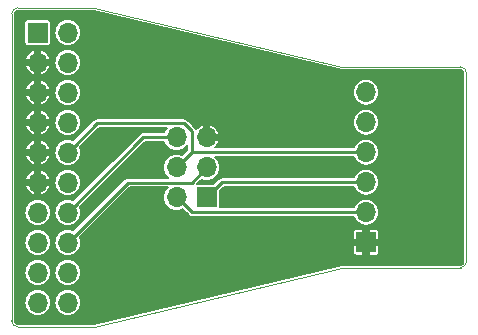
<source format=gtl>
G04 #@! TF.GenerationSoftware,KiCad,Pcbnew,5.0.1*
G04 #@! TF.CreationDate,2019-11-02T14:38:13+01:00*
G04 #@! TF.ProjectId,JlinkBreakout,4A6C696E6B427265616B6F75742E6B69,rev?*
G04 #@! TF.SameCoordinates,Original*
G04 #@! TF.FileFunction,Copper,L1,Top,Signal*
G04 #@! TF.FilePolarity,Positive*
%FSLAX46Y46*%
G04 Gerber Fmt 4.6, Leading zero omitted, Abs format (unit mm)*
G04 Created by KiCad (PCBNEW 5.0.1) date Sat 02 Nov 2019 02:38:13 PM CET*
%MOMM*%
%LPD*%
G01*
G04 APERTURE LIST*
G04 #@! TA.AperFunction,NonConductor*
%ADD10C,0.050000*%
G04 #@! TD*
G04 #@! TA.AperFunction,ComponentPad*
%ADD11O,1.700000X1.700000*%
G04 #@! TD*
G04 #@! TA.AperFunction,ComponentPad*
%ADD12R,1.700000X1.700000*%
G04 #@! TD*
G04 #@! TA.AperFunction,Conductor*
%ADD13C,0.250000*%
G04 #@! TD*
G04 #@! TA.AperFunction,Conductor*
%ADD14C,0.157000*%
G04 #@! TD*
G04 APERTURE END LIST*
D10*
X58500000Y-60000000D02*
G75*
G02X58000000Y-59500000I0J500000D01*
G01*
X58000000Y-33500000D02*
G75*
G02X58500000Y-33000000I500000J0D01*
G01*
X96000000Y-38000000D02*
G75*
G02X96500000Y-38500000I0J-500000D01*
G01*
X96500000Y-54500000D02*
G75*
G02X96000000Y-55000000I-500000J0D01*
G01*
X86000000Y-38000000D02*
X65000000Y-33000000D01*
X96000000Y-38000000D02*
X86000000Y-38000000D01*
X96500000Y-54500000D02*
X96500000Y-38500000D01*
X86000000Y-55000000D02*
X96000000Y-55000000D01*
X65000000Y-60000000D02*
X86000000Y-55000000D01*
X65000000Y-33000000D02*
X58500000Y-33000000D01*
X58500000Y-60000000D02*
X65000000Y-60000000D01*
X58000000Y-33500000D02*
X58000000Y-59500000D01*
D11*
G04 #@! TO.P,J3,6*
G04 #@! TO.N,SWO*
X88000000Y-40150000D03*
G04 #@! TO.P,J3,5*
G04 #@! TO.N,RST*
X88000000Y-42690000D03*
G04 #@! TO.P,J3,4*
G04 #@! TO.N,CLK*
X88000000Y-45230000D03*
G04 #@! TO.P,J3,3*
G04 #@! TO.N,REF*
X88000000Y-47770000D03*
G04 #@! TO.P,J3,2*
G04 #@! TO.N,DIO*
X88000000Y-50310000D03*
D12*
G04 #@! TO.P,J3,1*
G04 #@! TO.N,GND*
X88000000Y-52850000D03*
G04 #@! TD*
D11*
G04 #@! TO.P,J2,6*
G04 #@! TO.N,SWO*
X71960000Y-43970000D03*
G04 #@! TO.P,J2,5*
G04 #@! TO.N,GND*
X74500000Y-43970000D03*
G04 #@! TO.P,J2,4*
G04 #@! TO.N,CLK*
X71960000Y-46510000D03*
G04 #@! TO.P,J2,3*
G04 #@! TO.N,RST*
X74500000Y-46510000D03*
G04 #@! TO.P,J2,2*
G04 #@! TO.N,DIO*
X71960000Y-49050000D03*
D12*
G04 #@! TO.P,J2,1*
G04 #@! TO.N,REF*
X74500000Y-49050000D03*
G04 #@! TD*
D11*
G04 #@! TO.P,J1,20*
G04 #@! TO.N,Net-(J1-Pad20)*
X62740000Y-57960000D03*
G04 #@! TO.P,J1,19*
G04 #@! TO.N,Net-(J1-Pad19)*
X60200000Y-57960000D03*
G04 #@! TO.P,J1,18*
G04 #@! TO.N,Net-(J1-Pad18)*
X62740000Y-55420000D03*
G04 #@! TO.P,J1,17*
G04 #@! TO.N,Net-(J1-Pad17)*
X60200000Y-55420000D03*
G04 #@! TO.P,J1,16*
G04 #@! TO.N,RST*
X62740000Y-52880000D03*
G04 #@! TO.P,J1,15*
G04 #@! TO.N,Net-(J1-Pad15)*
X60200000Y-52880000D03*
G04 #@! TO.P,J1,14*
G04 #@! TO.N,SWO*
X62740000Y-50340000D03*
G04 #@! TO.P,J1,13*
G04 #@! TO.N,Net-(J1-Pad13)*
X60200000Y-50340000D03*
G04 #@! TO.P,J1,12*
G04 #@! TO.N,Net-(J1-Pad12)*
X62740000Y-47800000D03*
G04 #@! TO.P,J1,11*
G04 #@! TO.N,GND*
X60200000Y-47800000D03*
G04 #@! TO.P,J1,10*
G04 #@! TO.N,CLK*
X62740000Y-45260000D03*
G04 #@! TO.P,J1,9*
G04 #@! TO.N,GND*
X60200000Y-45260000D03*
G04 #@! TO.P,J1,8*
G04 #@! TO.N,DIO*
X62740000Y-42720000D03*
G04 #@! TO.P,J1,7*
G04 #@! TO.N,GND*
X60200000Y-42720000D03*
G04 #@! TO.P,J1,6*
G04 #@! TO.N,Net-(J1-Pad6)*
X62740000Y-40180000D03*
G04 #@! TO.P,J1,5*
G04 #@! TO.N,GND*
X60200000Y-40180000D03*
G04 #@! TO.P,J1,4*
G04 #@! TO.N,Net-(J1-Pad4)*
X62740000Y-37640000D03*
G04 #@! TO.P,J1,3*
G04 #@! TO.N,GND*
X60200000Y-37640000D03*
G04 #@! TO.P,J1,2*
G04 #@! TO.N,REF*
X62740000Y-35100000D03*
D12*
G04 #@! TO.P,J1,1*
G04 #@! TO.N,Net-(J1-Pad1)*
X60200000Y-35100000D03*
G04 #@! TD*
D13*
G04 #@! TO.N,RST*
X73235907Y-47794093D02*
X74540000Y-46490000D01*
X62740000Y-52880000D02*
X67825907Y-47794093D01*
X67825907Y-47794093D02*
X73235907Y-47794093D01*
G04 #@! TO.N,SWO*
X69130000Y-43950000D02*
X62740000Y-50340000D01*
X72000000Y-43950000D02*
X69130000Y-43950000D01*
G04 #@! TO.N,CLK*
X73260000Y-45230000D02*
X72000000Y-46490000D01*
X88000000Y-45230000D02*
X73260000Y-45230000D01*
X63589999Y-44410001D02*
X62740000Y-45260000D01*
X72574999Y-42774999D02*
X65225001Y-42774999D01*
X65225001Y-42774999D02*
X62740000Y-45260000D01*
X73260000Y-45230000D02*
X73260000Y-43460000D01*
X73260000Y-43460000D02*
X72574999Y-42774999D01*
G04 #@! TO.N,DIO*
X73280000Y-50310000D02*
X88000000Y-50310000D01*
X72000000Y-49030000D02*
X73280000Y-50310000D01*
G04 #@! TO.N,REF*
X75800000Y-47770000D02*
X74540000Y-49030000D01*
X88000000Y-47770000D02*
X75800000Y-47770000D01*
G04 #@! TD*
D14*
G04 #@! TO.N,GND*
G36*
X85931958Y-38251581D02*
X85948933Y-38256730D01*
X85969638Y-38258769D01*
X85990214Y-38261576D01*
X86007900Y-38260500D01*
X95987259Y-38260500D01*
X96046279Y-38266287D01*
X96090788Y-38279725D01*
X96131845Y-38301554D01*
X96167881Y-38330946D01*
X96197518Y-38366771D01*
X96219635Y-38407675D01*
X96233385Y-38452093D01*
X96239501Y-38510285D01*
X96239500Y-54487258D01*
X96233713Y-54546279D01*
X96220275Y-54590787D01*
X96198443Y-54631847D01*
X96169054Y-54667881D01*
X96133231Y-54697517D01*
X96092325Y-54719635D01*
X96047907Y-54733385D01*
X95989725Y-54739500D01*
X86007900Y-54739500D01*
X85990214Y-54738424D01*
X85969638Y-54741231D01*
X85948933Y-54743270D01*
X85931958Y-54748419D01*
X64969416Y-59739500D01*
X58512742Y-59739500D01*
X58453721Y-59733713D01*
X58409213Y-59720275D01*
X58368153Y-59698443D01*
X58332119Y-59669054D01*
X58302483Y-59633231D01*
X58280365Y-59592325D01*
X58266615Y-59547907D01*
X58260500Y-59489725D01*
X58260500Y-57960000D01*
X59066040Y-57960000D01*
X59087829Y-58181225D01*
X59152358Y-58393948D01*
X59257147Y-58589994D01*
X59398169Y-58761831D01*
X59570006Y-58902853D01*
X59766052Y-59007642D01*
X59978775Y-59072171D01*
X60144564Y-59088500D01*
X60255436Y-59088500D01*
X60421225Y-59072171D01*
X60633948Y-59007642D01*
X60829994Y-58902853D01*
X61001831Y-58761831D01*
X61142853Y-58589994D01*
X61247642Y-58393948D01*
X61312171Y-58181225D01*
X61333960Y-57960000D01*
X61606040Y-57960000D01*
X61627829Y-58181225D01*
X61692358Y-58393948D01*
X61797147Y-58589994D01*
X61938169Y-58761831D01*
X62110006Y-58902853D01*
X62306052Y-59007642D01*
X62518775Y-59072171D01*
X62684564Y-59088500D01*
X62795436Y-59088500D01*
X62961225Y-59072171D01*
X63173948Y-59007642D01*
X63369994Y-58902853D01*
X63541831Y-58761831D01*
X63682853Y-58589994D01*
X63787642Y-58393948D01*
X63852171Y-58181225D01*
X63873960Y-57960000D01*
X63852171Y-57738775D01*
X63787642Y-57526052D01*
X63682853Y-57330006D01*
X63541831Y-57158169D01*
X63369994Y-57017147D01*
X63173948Y-56912358D01*
X62961225Y-56847829D01*
X62795436Y-56831500D01*
X62684564Y-56831500D01*
X62518775Y-56847829D01*
X62306052Y-56912358D01*
X62110006Y-57017147D01*
X61938169Y-57158169D01*
X61797147Y-57330006D01*
X61692358Y-57526052D01*
X61627829Y-57738775D01*
X61606040Y-57960000D01*
X61333960Y-57960000D01*
X61312171Y-57738775D01*
X61247642Y-57526052D01*
X61142853Y-57330006D01*
X61001831Y-57158169D01*
X60829994Y-57017147D01*
X60633948Y-56912358D01*
X60421225Y-56847829D01*
X60255436Y-56831500D01*
X60144564Y-56831500D01*
X59978775Y-56847829D01*
X59766052Y-56912358D01*
X59570006Y-57017147D01*
X59398169Y-57158169D01*
X59257147Y-57330006D01*
X59152358Y-57526052D01*
X59087829Y-57738775D01*
X59066040Y-57960000D01*
X58260500Y-57960000D01*
X58260500Y-55420000D01*
X59066040Y-55420000D01*
X59087829Y-55641225D01*
X59152358Y-55853948D01*
X59257147Y-56049994D01*
X59398169Y-56221831D01*
X59570006Y-56362853D01*
X59766052Y-56467642D01*
X59978775Y-56532171D01*
X60144564Y-56548500D01*
X60255436Y-56548500D01*
X60421225Y-56532171D01*
X60633948Y-56467642D01*
X60829994Y-56362853D01*
X61001831Y-56221831D01*
X61142853Y-56049994D01*
X61247642Y-55853948D01*
X61312171Y-55641225D01*
X61333960Y-55420000D01*
X61606040Y-55420000D01*
X61627829Y-55641225D01*
X61692358Y-55853948D01*
X61797147Y-56049994D01*
X61938169Y-56221831D01*
X62110006Y-56362853D01*
X62306052Y-56467642D01*
X62518775Y-56532171D01*
X62684564Y-56548500D01*
X62795436Y-56548500D01*
X62961225Y-56532171D01*
X63173948Y-56467642D01*
X63369994Y-56362853D01*
X63541831Y-56221831D01*
X63682853Y-56049994D01*
X63787642Y-55853948D01*
X63852171Y-55641225D01*
X63873960Y-55420000D01*
X63852171Y-55198775D01*
X63787642Y-54986052D01*
X63682853Y-54790006D01*
X63541831Y-54618169D01*
X63369994Y-54477147D01*
X63173948Y-54372358D01*
X62961225Y-54307829D01*
X62795436Y-54291500D01*
X62684564Y-54291500D01*
X62518775Y-54307829D01*
X62306052Y-54372358D01*
X62110006Y-54477147D01*
X61938169Y-54618169D01*
X61797147Y-54790006D01*
X61692358Y-54986052D01*
X61627829Y-55198775D01*
X61606040Y-55420000D01*
X61333960Y-55420000D01*
X61312171Y-55198775D01*
X61247642Y-54986052D01*
X61142853Y-54790006D01*
X61001831Y-54618169D01*
X60829994Y-54477147D01*
X60633948Y-54372358D01*
X60421225Y-54307829D01*
X60255436Y-54291500D01*
X60144564Y-54291500D01*
X59978775Y-54307829D01*
X59766052Y-54372358D01*
X59570006Y-54477147D01*
X59398169Y-54618169D01*
X59257147Y-54790006D01*
X59152358Y-54986052D01*
X59087829Y-55198775D01*
X59066040Y-55420000D01*
X58260500Y-55420000D01*
X58260500Y-52880000D01*
X59066040Y-52880000D01*
X59087829Y-53101225D01*
X59152358Y-53313948D01*
X59257147Y-53509994D01*
X59398169Y-53681831D01*
X59570006Y-53822853D01*
X59766052Y-53927642D01*
X59978775Y-53992171D01*
X60144564Y-54008500D01*
X60255436Y-54008500D01*
X60421225Y-53992171D01*
X60633948Y-53927642D01*
X60829994Y-53822853D01*
X61001831Y-53681831D01*
X61142853Y-53509994D01*
X61247642Y-53313948D01*
X61312171Y-53101225D01*
X61333960Y-52880000D01*
X61312171Y-52658775D01*
X61247642Y-52446052D01*
X61142853Y-52250006D01*
X61001831Y-52078169D01*
X60829994Y-51937147D01*
X60633948Y-51832358D01*
X60421225Y-51767829D01*
X60255436Y-51751500D01*
X60144564Y-51751500D01*
X59978775Y-51767829D01*
X59766052Y-51832358D01*
X59570006Y-51937147D01*
X59398169Y-52078169D01*
X59257147Y-52250006D01*
X59152358Y-52446052D01*
X59087829Y-52658775D01*
X59066040Y-52880000D01*
X58260500Y-52880000D01*
X58260500Y-50340000D01*
X59066040Y-50340000D01*
X59087829Y-50561225D01*
X59152358Y-50773948D01*
X59257147Y-50969994D01*
X59398169Y-51141831D01*
X59570006Y-51282853D01*
X59766052Y-51387642D01*
X59978775Y-51452171D01*
X60144564Y-51468500D01*
X60255436Y-51468500D01*
X60421225Y-51452171D01*
X60633948Y-51387642D01*
X60829994Y-51282853D01*
X61001831Y-51141831D01*
X61142853Y-50969994D01*
X61247642Y-50773948D01*
X61312171Y-50561225D01*
X61333960Y-50340000D01*
X61312171Y-50118775D01*
X61247642Y-49906052D01*
X61142853Y-49710006D01*
X61001831Y-49538169D01*
X60829994Y-49397147D01*
X60633948Y-49292358D01*
X60421225Y-49227829D01*
X60255436Y-49211500D01*
X60144564Y-49211500D01*
X59978775Y-49227829D01*
X59766052Y-49292358D01*
X59570006Y-49397147D01*
X59398169Y-49538169D01*
X59257147Y-49710006D01*
X59152358Y-49906052D01*
X59087829Y-50118775D01*
X59066040Y-50340000D01*
X58260500Y-50340000D01*
X58260500Y-48191875D01*
X59141725Y-48191875D01*
X59174580Y-48271222D01*
X59286214Y-48462217D01*
X59432964Y-48627764D01*
X59609191Y-48761500D01*
X59808123Y-48858286D01*
X59978500Y-48836935D01*
X59978500Y-48021500D01*
X60421500Y-48021500D01*
X60421500Y-48836935D01*
X60591877Y-48858286D01*
X60790809Y-48761500D01*
X60967036Y-48627764D01*
X61113786Y-48462217D01*
X61225420Y-48271222D01*
X61258275Y-48191875D01*
X61235449Y-48021500D01*
X60421500Y-48021500D01*
X59978500Y-48021500D01*
X59164551Y-48021500D01*
X59141725Y-48191875D01*
X58260500Y-48191875D01*
X58260500Y-47800000D01*
X61606040Y-47800000D01*
X61627829Y-48021225D01*
X61692358Y-48233948D01*
X61797147Y-48429994D01*
X61938169Y-48601831D01*
X62110006Y-48742853D01*
X62306052Y-48847642D01*
X62518775Y-48912171D01*
X62684564Y-48928500D01*
X62795436Y-48928500D01*
X62961225Y-48912171D01*
X63173948Y-48847642D01*
X63369994Y-48742853D01*
X63541831Y-48601831D01*
X63682853Y-48429994D01*
X63787642Y-48233948D01*
X63852171Y-48021225D01*
X63873960Y-47800000D01*
X63852171Y-47578775D01*
X63787642Y-47366052D01*
X63682853Y-47170006D01*
X63541831Y-46998169D01*
X63369994Y-46857147D01*
X63173948Y-46752358D01*
X62961225Y-46687829D01*
X62795436Y-46671500D01*
X62684564Y-46671500D01*
X62518775Y-46687829D01*
X62306052Y-46752358D01*
X62110006Y-46857147D01*
X61938169Y-46998169D01*
X61797147Y-47170006D01*
X61692358Y-47366052D01*
X61627829Y-47578775D01*
X61606040Y-47800000D01*
X58260500Y-47800000D01*
X58260500Y-47408125D01*
X59141725Y-47408125D01*
X59164551Y-47578500D01*
X59978500Y-47578500D01*
X59978500Y-46763065D01*
X60421500Y-46763065D01*
X60421500Y-47578500D01*
X61235449Y-47578500D01*
X61258275Y-47408125D01*
X61225420Y-47328778D01*
X61113786Y-47137783D01*
X60967036Y-46972236D01*
X60790809Y-46838500D01*
X60591877Y-46741714D01*
X60421500Y-46763065D01*
X59978500Y-46763065D01*
X59808123Y-46741714D01*
X59609191Y-46838500D01*
X59432964Y-46972236D01*
X59286214Y-47137783D01*
X59174580Y-47328778D01*
X59141725Y-47408125D01*
X58260500Y-47408125D01*
X58260500Y-45651875D01*
X59141725Y-45651875D01*
X59174580Y-45731222D01*
X59286214Y-45922217D01*
X59432964Y-46087764D01*
X59609191Y-46221500D01*
X59808123Y-46318286D01*
X59978500Y-46296935D01*
X59978500Y-45481500D01*
X60421500Y-45481500D01*
X60421500Y-46296935D01*
X60591877Y-46318286D01*
X60790809Y-46221500D01*
X60967036Y-46087764D01*
X61113786Y-45922217D01*
X61225420Y-45731222D01*
X61258275Y-45651875D01*
X61235449Y-45481500D01*
X60421500Y-45481500D01*
X59978500Y-45481500D01*
X59164551Y-45481500D01*
X59141725Y-45651875D01*
X58260500Y-45651875D01*
X58260500Y-45260000D01*
X61606040Y-45260000D01*
X61627829Y-45481225D01*
X61692358Y-45693948D01*
X61797147Y-45889994D01*
X61938169Y-46061831D01*
X62110006Y-46202853D01*
X62306052Y-46307642D01*
X62518775Y-46372171D01*
X62684564Y-46388500D01*
X62795436Y-46388500D01*
X62961225Y-46372171D01*
X63173948Y-46307642D01*
X63369994Y-46202853D01*
X63541831Y-46061831D01*
X63682853Y-45889994D01*
X63787642Y-45693948D01*
X63852171Y-45481225D01*
X63873960Y-45260000D01*
X63852171Y-45038775D01*
X63787642Y-44826052D01*
X63772643Y-44797992D01*
X65392136Y-43178499D01*
X71149691Y-43178499D01*
X71017147Y-43340006D01*
X70912358Y-43536052D01*
X70909189Y-43546500D01*
X69149818Y-43546500D01*
X69130000Y-43544548D01*
X69110182Y-43546500D01*
X69050900Y-43552339D01*
X68974840Y-43575411D01*
X68904743Y-43612879D01*
X68843302Y-43663302D01*
X68830667Y-43678698D01*
X63202008Y-49307357D01*
X63173948Y-49292358D01*
X62961225Y-49227829D01*
X62795436Y-49211500D01*
X62684564Y-49211500D01*
X62518775Y-49227829D01*
X62306052Y-49292358D01*
X62110006Y-49397147D01*
X61938169Y-49538169D01*
X61797147Y-49710006D01*
X61692358Y-49906052D01*
X61627829Y-50118775D01*
X61606040Y-50340000D01*
X61627829Y-50561225D01*
X61692358Y-50773948D01*
X61797147Y-50969994D01*
X61938169Y-51141831D01*
X62110006Y-51282853D01*
X62306052Y-51387642D01*
X62518775Y-51452171D01*
X62684564Y-51468500D01*
X62795436Y-51468500D01*
X62961225Y-51452171D01*
X63173948Y-51387642D01*
X63369994Y-51282853D01*
X63541831Y-51141831D01*
X63682853Y-50969994D01*
X63787642Y-50773948D01*
X63852171Y-50561225D01*
X63873960Y-50340000D01*
X63852171Y-50118775D01*
X63787642Y-49906052D01*
X63772643Y-49877992D01*
X69297135Y-44353500D01*
X70897055Y-44353500D01*
X70912358Y-44403948D01*
X71017147Y-44599994D01*
X71158169Y-44771831D01*
X71330006Y-44912853D01*
X71526052Y-45017642D01*
X71738775Y-45082171D01*
X71904564Y-45098500D01*
X72015436Y-45098500D01*
X72181225Y-45082171D01*
X72393948Y-45017642D01*
X72589994Y-44912853D01*
X72761831Y-44771831D01*
X72856500Y-44656475D01*
X72856500Y-45062865D01*
X72435042Y-45484323D01*
X72393948Y-45462358D01*
X72181225Y-45397829D01*
X72015436Y-45381500D01*
X71904564Y-45381500D01*
X71738775Y-45397829D01*
X71526052Y-45462358D01*
X71330006Y-45567147D01*
X71158169Y-45708169D01*
X71017147Y-45880006D01*
X70912358Y-46076052D01*
X70847829Y-46288775D01*
X70826040Y-46510000D01*
X70847829Y-46731225D01*
X70912358Y-46943948D01*
X71017147Y-47139994D01*
X71158169Y-47311831D01*
X71254141Y-47390593D01*
X67845725Y-47390593D01*
X67825907Y-47388641D01*
X67806089Y-47390593D01*
X67746807Y-47396432D01*
X67670747Y-47419504D01*
X67600650Y-47456972D01*
X67539209Y-47507395D01*
X67526576Y-47522789D01*
X63202008Y-51847357D01*
X63173948Y-51832358D01*
X62961225Y-51767829D01*
X62795436Y-51751500D01*
X62684564Y-51751500D01*
X62518775Y-51767829D01*
X62306052Y-51832358D01*
X62110006Y-51937147D01*
X61938169Y-52078169D01*
X61797147Y-52250006D01*
X61692358Y-52446052D01*
X61627829Y-52658775D01*
X61606040Y-52880000D01*
X61627829Y-53101225D01*
X61692358Y-53313948D01*
X61797147Y-53509994D01*
X61938169Y-53681831D01*
X62110006Y-53822853D01*
X62306052Y-53927642D01*
X62518775Y-53992171D01*
X62684564Y-54008500D01*
X62795436Y-54008500D01*
X62961225Y-53992171D01*
X63173948Y-53927642D01*
X63369994Y-53822853D01*
X63541831Y-53681831D01*
X63682853Y-53509994D01*
X63787642Y-53313948D01*
X63840067Y-53141125D01*
X86871500Y-53141125D01*
X86871500Y-53727430D01*
X86882203Y-53781235D01*
X86903196Y-53831919D01*
X86933675Y-53877533D01*
X86972466Y-53916325D01*
X87018081Y-53946803D01*
X87068764Y-53967797D01*
X87122570Y-53978500D01*
X87708875Y-53978500D01*
X87778500Y-53908875D01*
X87778500Y-53071500D01*
X88221500Y-53071500D01*
X88221500Y-53908875D01*
X88291125Y-53978500D01*
X88877430Y-53978500D01*
X88931236Y-53967797D01*
X88981919Y-53946803D01*
X89027534Y-53916325D01*
X89066325Y-53877533D01*
X89096804Y-53831919D01*
X89117797Y-53781235D01*
X89128500Y-53727430D01*
X89128500Y-53141125D01*
X89058875Y-53071500D01*
X88221500Y-53071500D01*
X87778500Y-53071500D01*
X86941125Y-53071500D01*
X86871500Y-53141125D01*
X63840067Y-53141125D01*
X63852171Y-53101225D01*
X63873960Y-52880000D01*
X63852171Y-52658775D01*
X63787642Y-52446052D01*
X63772643Y-52417992D01*
X64218065Y-51972570D01*
X86871500Y-51972570D01*
X86871500Y-52558875D01*
X86941125Y-52628500D01*
X87778500Y-52628500D01*
X87778500Y-51791125D01*
X88221500Y-51791125D01*
X88221500Y-52628500D01*
X89058875Y-52628500D01*
X89128500Y-52558875D01*
X89128500Y-51972570D01*
X89117797Y-51918765D01*
X89096804Y-51868081D01*
X89066325Y-51822467D01*
X89027534Y-51783675D01*
X88981919Y-51753197D01*
X88931236Y-51732203D01*
X88877430Y-51721500D01*
X88291125Y-51721500D01*
X88221500Y-51791125D01*
X87778500Y-51791125D01*
X87708875Y-51721500D01*
X87122570Y-51721500D01*
X87068764Y-51732203D01*
X87018081Y-51753197D01*
X86972466Y-51783675D01*
X86933675Y-51822467D01*
X86903196Y-51868081D01*
X86882203Y-51918765D01*
X86871500Y-51972570D01*
X64218065Y-51972570D01*
X67993042Y-48197593D01*
X71219796Y-48197593D01*
X71158169Y-48248169D01*
X71017147Y-48420006D01*
X70912358Y-48616052D01*
X70847829Y-48828775D01*
X70826040Y-49050000D01*
X70847829Y-49271225D01*
X70912358Y-49483948D01*
X71017147Y-49679994D01*
X71158169Y-49851831D01*
X71330006Y-49992853D01*
X71526052Y-50097642D01*
X71738775Y-50162171D01*
X71904564Y-50178500D01*
X72015436Y-50178500D01*
X72181225Y-50162171D01*
X72393948Y-50097642D01*
X72461109Y-50061744D01*
X72980667Y-50581302D01*
X72993302Y-50596698D01*
X73054743Y-50647121D01*
X73124840Y-50684589D01*
X73183197Y-50702291D01*
X73200899Y-50707661D01*
X73208846Y-50708444D01*
X73260182Y-50713500D01*
X73260188Y-50713500D01*
X73279999Y-50715451D01*
X73299810Y-50713500D01*
X86943122Y-50713500D01*
X86952358Y-50743948D01*
X87057147Y-50939994D01*
X87198169Y-51111831D01*
X87370006Y-51252853D01*
X87566052Y-51357642D01*
X87778775Y-51422171D01*
X87944564Y-51438500D01*
X88055436Y-51438500D01*
X88221225Y-51422171D01*
X88433948Y-51357642D01*
X88629994Y-51252853D01*
X88801831Y-51111831D01*
X88942853Y-50939994D01*
X89047642Y-50743948D01*
X89112171Y-50531225D01*
X89133960Y-50310000D01*
X89112171Y-50088775D01*
X89047642Y-49876052D01*
X88942853Y-49680006D01*
X88801831Y-49508169D01*
X88629994Y-49367147D01*
X88433948Y-49262358D01*
X88221225Y-49197829D01*
X88055436Y-49181500D01*
X87944564Y-49181500D01*
X87778775Y-49197829D01*
X87566052Y-49262358D01*
X87370006Y-49367147D01*
X87198169Y-49508169D01*
X87057147Y-49680006D01*
X86952358Y-49876052D01*
X86943122Y-49906500D01*
X75629207Y-49906500D01*
X75629847Y-49900000D01*
X75629847Y-48510788D01*
X75967135Y-48173500D01*
X86943122Y-48173500D01*
X86952358Y-48203948D01*
X87057147Y-48399994D01*
X87198169Y-48571831D01*
X87370006Y-48712853D01*
X87566052Y-48817642D01*
X87778775Y-48882171D01*
X87944564Y-48898500D01*
X88055436Y-48898500D01*
X88221225Y-48882171D01*
X88433948Y-48817642D01*
X88629994Y-48712853D01*
X88801831Y-48571831D01*
X88942853Y-48399994D01*
X89047642Y-48203948D01*
X89112171Y-47991225D01*
X89133960Y-47770000D01*
X89112171Y-47548775D01*
X89047642Y-47336052D01*
X88942853Y-47140006D01*
X88801831Y-46968169D01*
X88629994Y-46827147D01*
X88433948Y-46722358D01*
X88221225Y-46657829D01*
X88055436Y-46641500D01*
X87944564Y-46641500D01*
X87778775Y-46657829D01*
X87566052Y-46722358D01*
X87370006Y-46827147D01*
X87198169Y-46968169D01*
X87057147Y-47140006D01*
X86952358Y-47336052D01*
X86943122Y-47366500D01*
X75819817Y-47366500D01*
X75799999Y-47364548D01*
X75720900Y-47372339D01*
X75644840Y-47395411D01*
X75574743Y-47432879D01*
X75513302Y-47483302D01*
X75500667Y-47498698D01*
X75079212Y-47920153D01*
X73680482Y-47920153D01*
X74051025Y-47549610D01*
X74066052Y-47557642D01*
X74278775Y-47622171D01*
X74444564Y-47638500D01*
X74555436Y-47638500D01*
X74721225Y-47622171D01*
X74933948Y-47557642D01*
X75129994Y-47452853D01*
X75301831Y-47311831D01*
X75442853Y-47139994D01*
X75547642Y-46943948D01*
X75612171Y-46731225D01*
X75633960Y-46510000D01*
X75612171Y-46288775D01*
X75547642Y-46076052D01*
X75442853Y-45880006D01*
X75301831Y-45708169D01*
X75210846Y-45633500D01*
X86943122Y-45633500D01*
X86952358Y-45663948D01*
X87057147Y-45859994D01*
X87198169Y-46031831D01*
X87370006Y-46172853D01*
X87566052Y-46277642D01*
X87778775Y-46342171D01*
X87944564Y-46358500D01*
X88055436Y-46358500D01*
X88221225Y-46342171D01*
X88433948Y-46277642D01*
X88629994Y-46172853D01*
X88801831Y-46031831D01*
X88942853Y-45859994D01*
X89047642Y-45663948D01*
X89112171Y-45451225D01*
X89133960Y-45230000D01*
X89112171Y-45008775D01*
X89047642Y-44796052D01*
X88942853Y-44600006D01*
X88801831Y-44428169D01*
X88629994Y-44287147D01*
X88433948Y-44182358D01*
X88221225Y-44117829D01*
X88055436Y-44101500D01*
X87944564Y-44101500D01*
X87778775Y-44117829D01*
X87566052Y-44182358D01*
X87370006Y-44287147D01*
X87198169Y-44428169D01*
X87057147Y-44600006D01*
X86952358Y-44796052D01*
X86943122Y-44826500D01*
X75229170Y-44826500D01*
X75267036Y-44797764D01*
X75413786Y-44632217D01*
X75525420Y-44441222D01*
X75558275Y-44361875D01*
X75535449Y-44191500D01*
X74721500Y-44191500D01*
X74721500Y-44211500D01*
X74278500Y-44211500D01*
X74278500Y-44191500D01*
X74258500Y-44191500D01*
X74258500Y-43748500D01*
X74278500Y-43748500D01*
X74278500Y-42933065D01*
X74721500Y-42933065D01*
X74721500Y-43748500D01*
X75535449Y-43748500D01*
X75558275Y-43578125D01*
X75525420Y-43498778D01*
X75413786Y-43307783D01*
X75267036Y-43142236D01*
X75090809Y-43008500D01*
X74891877Y-42911714D01*
X74721500Y-42933065D01*
X74278500Y-42933065D01*
X74108123Y-42911714D01*
X73909191Y-43008500D01*
X73732964Y-43142236D01*
X73617373Y-43272632D01*
X73597121Y-43234743D01*
X73559331Y-43188696D01*
X73546698Y-43173302D01*
X73531302Y-43160667D01*
X73060635Y-42690000D01*
X86866040Y-42690000D01*
X86887829Y-42911225D01*
X86952358Y-43123948D01*
X87057147Y-43319994D01*
X87198169Y-43491831D01*
X87370006Y-43632853D01*
X87566052Y-43737642D01*
X87778775Y-43802171D01*
X87944564Y-43818500D01*
X88055436Y-43818500D01*
X88221225Y-43802171D01*
X88433948Y-43737642D01*
X88629994Y-43632853D01*
X88801831Y-43491831D01*
X88942853Y-43319994D01*
X89047642Y-43123948D01*
X89112171Y-42911225D01*
X89133960Y-42690000D01*
X89112171Y-42468775D01*
X89047642Y-42256052D01*
X88942853Y-42060006D01*
X88801831Y-41888169D01*
X88629994Y-41747147D01*
X88433948Y-41642358D01*
X88221225Y-41577829D01*
X88055436Y-41561500D01*
X87944564Y-41561500D01*
X87778775Y-41577829D01*
X87566052Y-41642358D01*
X87370006Y-41747147D01*
X87198169Y-41888169D01*
X87057147Y-42060006D01*
X86952358Y-42256052D01*
X86887829Y-42468775D01*
X86866040Y-42690000D01*
X73060635Y-42690000D01*
X72874332Y-42503697D01*
X72861697Y-42488301D01*
X72800256Y-42437878D01*
X72730159Y-42400410D01*
X72654099Y-42377338D01*
X72594817Y-42371499D01*
X72574999Y-42369547D01*
X72555181Y-42371499D01*
X65244818Y-42371499D01*
X65225000Y-42369547D01*
X65145901Y-42377338D01*
X65069841Y-42400410D01*
X64999744Y-42437878D01*
X64938303Y-42488301D01*
X64925668Y-42503697D01*
X63202008Y-44227357D01*
X63173948Y-44212358D01*
X62961225Y-44147829D01*
X62795436Y-44131500D01*
X62684564Y-44131500D01*
X62518775Y-44147829D01*
X62306052Y-44212358D01*
X62110006Y-44317147D01*
X61938169Y-44458169D01*
X61797147Y-44630006D01*
X61692358Y-44826052D01*
X61627829Y-45038775D01*
X61606040Y-45260000D01*
X58260500Y-45260000D01*
X58260500Y-44868125D01*
X59141725Y-44868125D01*
X59164551Y-45038500D01*
X59978500Y-45038500D01*
X59978500Y-44223065D01*
X60421500Y-44223065D01*
X60421500Y-45038500D01*
X61235449Y-45038500D01*
X61258275Y-44868125D01*
X61225420Y-44788778D01*
X61113786Y-44597783D01*
X60967036Y-44432236D01*
X60790809Y-44298500D01*
X60591877Y-44201714D01*
X60421500Y-44223065D01*
X59978500Y-44223065D01*
X59808123Y-44201714D01*
X59609191Y-44298500D01*
X59432964Y-44432236D01*
X59286214Y-44597783D01*
X59174580Y-44788778D01*
X59141725Y-44868125D01*
X58260500Y-44868125D01*
X58260500Y-43111875D01*
X59141725Y-43111875D01*
X59174580Y-43191222D01*
X59286214Y-43382217D01*
X59432964Y-43547764D01*
X59609191Y-43681500D01*
X59808123Y-43778286D01*
X59978500Y-43756935D01*
X59978500Y-42941500D01*
X60421500Y-42941500D01*
X60421500Y-43756935D01*
X60591877Y-43778286D01*
X60790809Y-43681500D01*
X60967036Y-43547764D01*
X61113786Y-43382217D01*
X61225420Y-43191222D01*
X61258275Y-43111875D01*
X61235449Y-42941500D01*
X60421500Y-42941500D01*
X59978500Y-42941500D01*
X59164551Y-42941500D01*
X59141725Y-43111875D01*
X58260500Y-43111875D01*
X58260500Y-42720000D01*
X61606040Y-42720000D01*
X61627829Y-42941225D01*
X61692358Y-43153948D01*
X61797147Y-43349994D01*
X61938169Y-43521831D01*
X62110006Y-43662853D01*
X62306052Y-43767642D01*
X62518775Y-43832171D01*
X62684564Y-43848500D01*
X62795436Y-43848500D01*
X62961225Y-43832171D01*
X63173948Y-43767642D01*
X63369994Y-43662853D01*
X63541831Y-43521831D01*
X63682853Y-43349994D01*
X63787642Y-43153948D01*
X63852171Y-42941225D01*
X63873960Y-42720000D01*
X63852171Y-42498775D01*
X63787642Y-42286052D01*
X63682853Y-42090006D01*
X63541831Y-41918169D01*
X63369994Y-41777147D01*
X63173948Y-41672358D01*
X62961225Y-41607829D01*
X62795436Y-41591500D01*
X62684564Y-41591500D01*
X62518775Y-41607829D01*
X62306052Y-41672358D01*
X62110006Y-41777147D01*
X61938169Y-41918169D01*
X61797147Y-42090006D01*
X61692358Y-42286052D01*
X61627829Y-42498775D01*
X61606040Y-42720000D01*
X58260500Y-42720000D01*
X58260500Y-42328125D01*
X59141725Y-42328125D01*
X59164551Y-42498500D01*
X59978500Y-42498500D01*
X59978500Y-41683065D01*
X60421500Y-41683065D01*
X60421500Y-42498500D01*
X61235449Y-42498500D01*
X61258275Y-42328125D01*
X61225420Y-42248778D01*
X61113786Y-42057783D01*
X60967036Y-41892236D01*
X60790809Y-41758500D01*
X60591877Y-41661714D01*
X60421500Y-41683065D01*
X59978500Y-41683065D01*
X59808123Y-41661714D01*
X59609191Y-41758500D01*
X59432964Y-41892236D01*
X59286214Y-42057783D01*
X59174580Y-42248778D01*
X59141725Y-42328125D01*
X58260500Y-42328125D01*
X58260500Y-40571875D01*
X59141725Y-40571875D01*
X59174580Y-40651222D01*
X59286214Y-40842217D01*
X59432964Y-41007764D01*
X59609191Y-41141500D01*
X59808123Y-41238286D01*
X59978500Y-41216935D01*
X59978500Y-40401500D01*
X60421500Y-40401500D01*
X60421500Y-41216935D01*
X60591877Y-41238286D01*
X60790809Y-41141500D01*
X60967036Y-41007764D01*
X61113786Y-40842217D01*
X61225420Y-40651222D01*
X61258275Y-40571875D01*
X61235449Y-40401500D01*
X60421500Y-40401500D01*
X59978500Y-40401500D01*
X59164551Y-40401500D01*
X59141725Y-40571875D01*
X58260500Y-40571875D01*
X58260500Y-40180000D01*
X61606040Y-40180000D01*
X61627829Y-40401225D01*
X61692358Y-40613948D01*
X61797147Y-40809994D01*
X61938169Y-40981831D01*
X62110006Y-41122853D01*
X62306052Y-41227642D01*
X62518775Y-41292171D01*
X62684564Y-41308500D01*
X62795436Y-41308500D01*
X62961225Y-41292171D01*
X63173948Y-41227642D01*
X63369994Y-41122853D01*
X63541831Y-40981831D01*
X63682853Y-40809994D01*
X63787642Y-40613948D01*
X63852171Y-40401225D01*
X63873960Y-40180000D01*
X63871006Y-40150000D01*
X86866040Y-40150000D01*
X86887829Y-40371225D01*
X86952358Y-40583948D01*
X87057147Y-40779994D01*
X87198169Y-40951831D01*
X87370006Y-41092853D01*
X87566052Y-41197642D01*
X87778775Y-41262171D01*
X87944564Y-41278500D01*
X88055436Y-41278500D01*
X88221225Y-41262171D01*
X88433948Y-41197642D01*
X88629994Y-41092853D01*
X88801831Y-40951831D01*
X88942853Y-40779994D01*
X89047642Y-40583948D01*
X89112171Y-40371225D01*
X89133960Y-40150000D01*
X89112171Y-39928775D01*
X89047642Y-39716052D01*
X88942853Y-39520006D01*
X88801831Y-39348169D01*
X88629994Y-39207147D01*
X88433948Y-39102358D01*
X88221225Y-39037829D01*
X88055436Y-39021500D01*
X87944564Y-39021500D01*
X87778775Y-39037829D01*
X87566052Y-39102358D01*
X87370006Y-39207147D01*
X87198169Y-39348169D01*
X87057147Y-39520006D01*
X86952358Y-39716052D01*
X86887829Y-39928775D01*
X86866040Y-40150000D01*
X63871006Y-40150000D01*
X63852171Y-39958775D01*
X63787642Y-39746052D01*
X63682853Y-39550006D01*
X63541831Y-39378169D01*
X63369994Y-39237147D01*
X63173948Y-39132358D01*
X62961225Y-39067829D01*
X62795436Y-39051500D01*
X62684564Y-39051500D01*
X62518775Y-39067829D01*
X62306052Y-39132358D01*
X62110006Y-39237147D01*
X61938169Y-39378169D01*
X61797147Y-39550006D01*
X61692358Y-39746052D01*
X61627829Y-39958775D01*
X61606040Y-40180000D01*
X58260500Y-40180000D01*
X58260500Y-39788125D01*
X59141725Y-39788125D01*
X59164551Y-39958500D01*
X59978500Y-39958500D01*
X59978500Y-39143065D01*
X60421500Y-39143065D01*
X60421500Y-39958500D01*
X61235449Y-39958500D01*
X61258275Y-39788125D01*
X61225420Y-39708778D01*
X61113786Y-39517783D01*
X60967036Y-39352236D01*
X60790809Y-39218500D01*
X60591877Y-39121714D01*
X60421500Y-39143065D01*
X59978500Y-39143065D01*
X59808123Y-39121714D01*
X59609191Y-39218500D01*
X59432964Y-39352236D01*
X59286214Y-39517783D01*
X59174580Y-39708778D01*
X59141725Y-39788125D01*
X58260500Y-39788125D01*
X58260500Y-38031875D01*
X59141725Y-38031875D01*
X59174580Y-38111222D01*
X59286214Y-38302217D01*
X59432964Y-38467764D01*
X59609191Y-38601500D01*
X59808123Y-38698286D01*
X59978500Y-38676935D01*
X59978500Y-37861500D01*
X60421500Y-37861500D01*
X60421500Y-38676935D01*
X60591877Y-38698286D01*
X60790809Y-38601500D01*
X60967036Y-38467764D01*
X61113786Y-38302217D01*
X61225420Y-38111222D01*
X61258275Y-38031875D01*
X61235449Y-37861500D01*
X60421500Y-37861500D01*
X59978500Y-37861500D01*
X59164551Y-37861500D01*
X59141725Y-38031875D01*
X58260500Y-38031875D01*
X58260500Y-37640000D01*
X61606040Y-37640000D01*
X61627829Y-37861225D01*
X61692358Y-38073948D01*
X61797147Y-38269994D01*
X61938169Y-38441831D01*
X62110006Y-38582853D01*
X62306052Y-38687642D01*
X62518775Y-38752171D01*
X62684564Y-38768500D01*
X62795436Y-38768500D01*
X62961225Y-38752171D01*
X63173948Y-38687642D01*
X63369994Y-38582853D01*
X63541831Y-38441831D01*
X63682853Y-38269994D01*
X63787642Y-38073948D01*
X63852171Y-37861225D01*
X63873960Y-37640000D01*
X63852171Y-37418775D01*
X63787642Y-37206052D01*
X63682853Y-37010006D01*
X63541831Y-36838169D01*
X63369994Y-36697147D01*
X63173948Y-36592358D01*
X62961225Y-36527829D01*
X62795436Y-36511500D01*
X62684564Y-36511500D01*
X62518775Y-36527829D01*
X62306052Y-36592358D01*
X62110006Y-36697147D01*
X61938169Y-36838169D01*
X61797147Y-37010006D01*
X61692358Y-37206052D01*
X61627829Y-37418775D01*
X61606040Y-37640000D01*
X58260500Y-37640000D01*
X58260500Y-37248125D01*
X59141725Y-37248125D01*
X59164551Y-37418500D01*
X59978500Y-37418500D01*
X59978500Y-36603065D01*
X60421500Y-36603065D01*
X60421500Y-37418500D01*
X61235449Y-37418500D01*
X61258275Y-37248125D01*
X61225420Y-37168778D01*
X61113786Y-36977783D01*
X60967036Y-36812236D01*
X60790809Y-36678500D01*
X60591877Y-36581714D01*
X60421500Y-36603065D01*
X59978500Y-36603065D01*
X59808123Y-36581714D01*
X59609191Y-36678500D01*
X59432964Y-36812236D01*
X59286214Y-36977783D01*
X59174580Y-37168778D01*
X59141725Y-37248125D01*
X58260500Y-37248125D01*
X58260500Y-34250000D01*
X59070153Y-34250000D01*
X59070153Y-35950000D01*
X59075530Y-36004595D01*
X59091455Y-36057093D01*
X59117316Y-36105475D01*
X59152118Y-36147882D01*
X59194525Y-36182684D01*
X59242907Y-36208545D01*
X59295405Y-36224470D01*
X59350000Y-36229847D01*
X61050000Y-36229847D01*
X61104595Y-36224470D01*
X61157093Y-36208545D01*
X61205475Y-36182684D01*
X61247882Y-36147882D01*
X61282684Y-36105475D01*
X61308545Y-36057093D01*
X61324470Y-36004595D01*
X61329847Y-35950000D01*
X61329847Y-35100000D01*
X61606040Y-35100000D01*
X61627829Y-35321225D01*
X61692358Y-35533948D01*
X61797147Y-35729994D01*
X61938169Y-35901831D01*
X62110006Y-36042853D01*
X62306052Y-36147642D01*
X62518775Y-36212171D01*
X62684564Y-36228500D01*
X62795436Y-36228500D01*
X62961225Y-36212171D01*
X63173948Y-36147642D01*
X63369994Y-36042853D01*
X63541831Y-35901831D01*
X63682853Y-35729994D01*
X63787642Y-35533948D01*
X63852171Y-35321225D01*
X63873960Y-35100000D01*
X63852171Y-34878775D01*
X63787642Y-34666052D01*
X63682853Y-34470006D01*
X63541831Y-34298169D01*
X63369994Y-34157147D01*
X63173948Y-34052358D01*
X62961225Y-33987829D01*
X62795436Y-33971500D01*
X62684564Y-33971500D01*
X62518775Y-33987829D01*
X62306052Y-34052358D01*
X62110006Y-34157147D01*
X61938169Y-34298169D01*
X61797147Y-34470006D01*
X61692358Y-34666052D01*
X61627829Y-34878775D01*
X61606040Y-35100000D01*
X61329847Y-35100000D01*
X61329847Y-34250000D01*
X61324470Y-34195405D01*
X61308545Y-34142907D01*
X61282684Y-34094525D01*
X61247882Y-34052118D01*
X61205475Y-34017316D01*
X61157093Y-33991455D01*
X61104595Y-33975530D01*
X61050000Y-33970153D01*
X59350000Y-33970153D01*
X59295405Y-33975530D01*
X59242907Y-33991455D01*
X59194525Y-34017316D01*
X59152118Y-34052118D01*
X59117316Y-34094525D01*
X59091455Y-34142907D01*
X59075530Y-34195405D01*
X59070153Y-34250000D01*
X58260500Y-34250000D01*
X58260500Y-33512741D01*
X58266287Y-33453721D01*
X58279725Y-33409212D01*
X58301554Y-33368155D01*
X58330946Y-33332119D01*
X58366771Y-33302482D01*
X58407675Y-33280365D01*
X58452093Y-33266615D01*
X58510276Y-33260500D01*
X64969416Y-33260500D01*
X85931958Y-38251581D01*
X85931958Y-38251581D01*
G37*
X85931958Y-38251581D02*
X85948933Y-38256730D01*
X85969638Y-38258769D01*
X85990214Y-38261576D01*
X86007900Y-38260500D01*
X95987259Y-38260500D01*
X96046279Y-38266287D01*
X96090788Y-38279725D01*
X96131845Y-38301554D01*
X96167881Y-38330946D01*
X96197518Y-38366771D01*
X96219635Y-38407675D01*
X96233385Y-38452093D01*
X96239501Y-38510285D01*
X96239500Y-54487258D01*
X96233713Y-54546279D01*
X96220275Y-54590787D01*
X96198443Y-54631847D01*
X96169054Y-54667881D01*
X96133231Y-54697517D01*
X96092325Y-54719635D01*
X96047907Y-54733385D01*
X95989725Y-54739500D01*
X86007900Y-54739500D01*
X85990214Y-54738424D01*
X85969638Y-54741231D01*
X85948933Y-54743270D01*
X85931958Y-54748419D01*
X64969416Y-59739500D01*
X58512742Y-59739500D01*
X58453721Y-59733713D01*
X58409213Y-59720275D01*
X58368153Y-59698443D01*
X58332119Y-59669054D01*
X58302483Y-59633231D01*
X58280365Y-59592325D01*
X58266615Y-59547907D01*
X58260500Y-59489725D01*
X58260500Y-57960000D01*
X59066040Y-57960000D01*
X59087829Y-58181225D01*
X59152358Y-58393948D01*
X59257147Y-58589994D01*
X59398169Y-58761831D01*
X59570006Y-58902853D01*
X59766052Y-59007642D01*
X59978775Y-59072171D01*
X60144564Y-59088500D01*
X60255436Y-59088500D01*
X60421225Y-59072171D01*
X60633948Y-59007642D01*
X60829994Y-58902853D01*
X61001831Y-58761831D01*
X61142853Y-58589994D01*
X61247642Y-58393948D01*
X61312171Y-58181225D01*
X61333960Y-57960000D01*
X61606040Y-57960000D01*
X61627829Y-58181225D01*
X61692358Y-58393948D01*
X61797147Y-58589994D01*
X61938169Y-58761831D01*
X62110006Y-58902853D01*
X62306052Y-59007642D01*
X62518775Y-59072171D01*
X62684564Y-59088500D01*
X62795436Y-59088500D01*
X62961225Y-59072171D01*
X63173948Y-59007642D01*
X63369994Y-58902853D01*
X63541831Y-58761831D01*
X63682853Y-58589994D01*
X63787642Y-58393948D01*
X63852171Y-58181225D01*
X63873960Y-57960000D01*
X63852171Y-57738775D01*
X63787642Y-57526052D01*
X63682853Y-57330006D01*
X63541831Y-57158169D01*
X63369994Y-57017147D01*
X63173948Y-56912358D01*
X62961225Y-56847829D01*
X62795436Y-56831500D01*
X62684564Y-56831500D01*
X62518775Y-56847829D01*
X62306052Y-56912358D01*
X62110006Y-57017147D01*
X61938169Y-57158169D01*
X61797147Y-57330006D01*
X61692358Y-57526052D01*
X61627829Y-57738775D01*
X61606040Y-57960000D01*
X61333960Y-57960000D01*
X61312171Y-57738775D01*
X61247642Y-57526052D01*
X61142853Y-57330006D01*
X61001831Y-57158169D01*
X60829994Y-57017147D01*
X60633948Y-56912358D01*
X60421225Y-56847829D01*
X60255436Y-56831500D01*
X60144564Y-56831500D01*
X59978775Y-56847829D01*
X59766052Y-56912358D01*
X59570006Y-57017147D01*
X59398169Y-57158169D01*
X59257147Y-57330006D01*
X59152358Y-57526052D01*
X59087829Y-57738775D01*
X59066040Y-57960000D01*
X58260500Y-57960000D01*
X58260500Y-55420000D01*
X59066040Y-55420000D01*
X59087829Y-55641225D01*
X59152358Y-55853948D01*
X59257147Y-56049994D01*
X59398169Y-56221831D01*
X59570006Y-56362853D01*
X59766052Y-56467642D01*
X59978775Y-56532171D01*
X60144564Y-56548500D01*
X60255436Y-56548500D01*
X60421225Y-56532171D01*
X60633948Y-56467642D01*
X60829994Y-56362853D01*
X61001831Y-56221831D01*
X61142853Y-56049994D01*
X61247642Y-55853948D01*
X61312171Y-55641225D01*
X61333960Y-55420000D01*
X61606040Y-55420000D01*
X61627829Y-55641225D01*
X61692358Y-55853948D01*
X61797147Y-56049994D01*
X61938169Y-56221831D01*
X62110006Y-56362853D01*
X62306052Y-56467642D01*
X62518775Y-56532171D01*
X62684564Y-56548500D01*
X62795436Y-56548500D01*
X62961225Y-56532171D01*
X63173948Y-56467642D01*
X63369994Y-56362853D01*
X63541831Y-56221831D01*
X63682853Y-56049994D01*
X63787642Y-55853948D01*
X63852171Y-55641225D01*
X63873960Y-55420000D01*
X63852171Y-55198775D01*
X63787642Y-54986052D01*
X63682853Y-54790006D01*
X63541831Y-54618169D01*
X63369994Y-54477147D01*
X63173948Y-54372358D01*
X62961225Y-54307829D01*
X62795436Y-54291500D01*
X62684564Y-54291500D01*
X62518775Y-54307829D01*
X62306052Y-54372358D01*
X62110006Y-54477147D01*
X61938169Y-54618169D01*
X61797147Y-54790006D01*
X61692358Y-54986052D01*
X61627829Y-55198775D01*
X61606040Y-55420000D01*
X61333960Y-55420000D01*
X61312171Y-55198775D01*
X61247642Y-54986052D01*
X61142853Y-54790006D01*
X61001831Y-54618169D01*
X60829994Y-54477147D01*
X60633948Y-54372358D01*
X60421225Y-54307829D01*
X60255436Y-54291500D01*
X60144564Y-54291500D01*
X59978775Y-54307829D01*
X59766052Y-54372358D01*
X59570006Y-54477147D01*
X59398169Y-54618169D01*
X59257147Y-54790006D01*
X59152358Y-54986052D01*
X59087829Y-55198775D01*
X59066040Y-55420000D01*
X58260500Y-55420000D01*
X58260500Y-52880000D01*
X59066040Y-52880000D01*
X59087829Y-53101225D01*
X59152358Y-53313948D01*
X59257147Y-53509994D01*
X59398169Y-53681831D01*
X59570006Y-53822853D01*
X59766052Y-53927642D01*
X59978775Y-53992171D01*
X60144564Y-54008500D01*
X60255436Y-54008500D01*
X60421225Y-53992171D01*
X60633948Y-53927642D01*
X60829994Y-53822853D01*
X61001831Y-53681831D01*
X61142853Y-53509994D01*
X61247642Y-53313948D01*
X61312171Y-53101225D01*
X61333960Y-52880000D01*
X61312171Y-52658775D01*
X61247642Y-52446052D01*
X61142853Y-52250006D01*
X61001831Y-52078169D01*
X60829994Y-51937147D01*
X60633948Y-51832358D01*
X60421225Y-51767829D01*
X60255436Y-51751500D01*
X60144564Y-51751500D01*
X59978775Y-51767829D01*
X59766052Y-51832358D01*
X59570006Y-51937147D01*
X59398169Y-52078169D01*
X59257147Y-52250006D01*
X59152358Y-52446052D01*
X59087829Y-52658775D01*
X59066040Y-52880000D01*
X58260500Y-52880000D01*
X58260500Y-50340000D01*
X59066040Y-50340000D01*
X59087829Y-50561225D01*
X59152358Y-50773948D01*
X59257147Y-50969994D01*
X59398169Y-51141831D01*
X59570006Y-51282853D01*
X59766052Y-51387642D01*
X59978775Y-51452171D01*
X60144564Y-51468500D01*
X60255436Y-51468500D01*
X60421225Y-51452171D01*
X60633948Y-51387642D01*
X60829994Y-51282853D01*
X61001831Y-51141831D01*
X61142853Y-50969994D01*
X61247642Y-50773948D01*
X61312171Y-50561225D01*
X61333960Y-50340000D01*
X61312171Y-50118775D01*
X61247642Y-49906052D01*
X61142853Y-49710006D01*
X61001831Y-49538169D01*
X60829994Y-49397147D01*
X60633948Y-49292358D01*
X60421225Y-49227829D01*
X60255436Y-49211500D01*
X60144564Y-49211500D01*
X59978775Y-49227829D01*
X59766052Y-49292358D01*
X59570006Y-49397147D01*
X59398169Y-49538169D01*
X59257147Y-49710006D01*
X59152358Y-49906052D01*
X59087829Y-50118775D01*
X59066040Y-50340000D01*
X58260500Y-50340000D01*
X58260500Y-48191875D01*
X59141725Y-48191875D01*
X59174580Y-48271222D01*
X59286214Y-48462217D01*
X59432964Y-48627764D01*
X59609191Y-48761500D01*
X59808123Y-48858286D01*
X59978500Y-48836935D01*
X59978500Y-48021500D01*
X60421500Y-48021500D01*
X60421500Y-48836935D01*
X60591877Y-48858286D01*
X60790809Y-48761500D01*
X60967036Y-48627764D01*
X61113786Y-48462217D01*
X61225420Y-48271222D01*
X61258275Y-48191875D01*
X61235449Y-48021500D01*
X60421500Y-48021500D01*
X59978500Y-48021500D01*
X59164551Y-48021500D01*
X59141725Y-48191875D01*
X58260500Y-48191875D01*
X58260500Y-47800000D01*
X61606040Y-47800000D01*
X61627829Y-48021225D01*
X61692358Y-48233948D01*
X61797147Y-48429994D01*
X61938169Y-48601831D01*
X62110006Y-48742853D01*
X62306052Y-48847642D01*
X62518775Y-48912171D01*
X62684564Y-48928500D01*
X62795436Y-48928500D01*
X62961225Y-48912171D01*
X63173948Y-48847642D01*
X63369994Y-48742853D01*
X63541831Y-48601831D01*
X63682853Y-48429994D01*
X63787642Y-48233948D01*
X63852171Y-48021225D01*
X63873960Y-47800000D01*
X63852171Y-47578775D01*
X63787642Y-47366052D01*
X63682853Y-47170006D01*
X63541831Y-46998169D01*
X63369994Y-46857147D01*
X63173948Y-46752358D01*
X62961225Y-46687829D01*
X62795436Y-46671500D01*
X62684564Y-46671500D01*
X62518775Y-46687829D01*
X62306052Y-46752358D01*
X62110006Y-46857147D01*
X61938169Y-46998169D01*
X61797147Y-47170006D01*
X61692358Y-47366052D01*
X61627829Y-47578775D01*
X61606040Y-47800000D01*
X58260500Y-47800000D01*
X58260500Y-47408125D01*
X59141725Y-47408125D01*
X59164551Y-47578500D01*
X59978500Y-47578500D01*
X59978500Y-46763065D01*
X60421500Y-46763065D01*
X60421500Y-47578500D01*
X61235449Y-47578500D01*
X61258275Y-47408125D01*
X61225420Y-47328778D01*
X61113786Y-47137783D01*
X60967036Y-46972236D01*
X60790809Y-46838500D01*
X60591877Y-46741714D01*
X60421500Y-46763065D01*
X59978500Y-46763065D01*
X59808123Y-46741714D01*
X59609191Y-46838500D01*
X59432964Y-46972236D01*
X59286214Y-47137783D01*
X59174580Y-47328778D01*
X59141725Y-47408125D01*
X58260500Y-47408125D01*
X58260500Y-45651875D01*
X59141725Y-45651875D01*
X59174580Y-45731222D01*
X59286214Y-45922217D01*
X59432964Y-46087764D01*
X59609191Y-46221500D01*
X59808123Y-46318286D01*
X59978500Y-46296935D01*
X59978500Y-45481500D01*
X60421500Y-45481500D01*
X60421500Y-46296935D01*
X60591877Y-46318286D01*
X60790809Y-46221500D01*
X60967036Y-46087764D01*
X61113786Y-45922217D01*
X61225420Y-45731222D01*
X61258275Y-45651875D01*
X61235449Y-45481500D01*
X60421500Y-45481500D01*
X59978500Y-45481500D01*
X59164551Y-45481500D01*
X59141725Y-45651875D01*
X58260500Y-45651875D01*
X58260500Y-45260000D01*
X61606040Y-45260000D01*
X61627829Y-45481225D01*
X61692358Y-45693948D01*
X61797147Y-45889994D01*
X61938169Y-46061831D01*
X62110006Y-46202853D01*
X62306052Y-46307642D01*
X62518775Y-46372171D01*
X62684564Y-46388500D01*
X62795436Y-46388500D01*
X62961225Y-46372171D01*
X63173948Y-46307642D01*
X63369994Y-46202853D01*
X63541831Y-46061831D01*
X63682853Y-45889994D01*
X63787642Y-45693948D01*
X63852171Y-45481225D01*
X63873960Y-45260000D01*
X63852171Y-45038775D01*
X63787642Y-44826052D01*
X63772643Y-44797992D01*
X65392136Y-43178499D01*
X71149691Y-43178499D01*
X71017147Y-43340006D01*
X70912358Y-43536052D01*
X70909189Y-43546500D01*
X69149818Y-43546500D01*
X69130000Y-43544548D01*
X69110182Y-43546500D01*
X69050900Y-43552339D01*
X68974840Y-43575411D01*
X68904743Y-43612879D01*
X68843302Y-43663302D01*
X68830667Y-43678698D01*
X63202008Y-49307357D01*
X63173948Y-49292358D01*
X62961225Y-49227829D01*
X62795436Y-49211500D01*
X62684564Y-49211500D01*
X62518775Y-49227829D01*
X62306052Y-49292358D01*
X62110006Y-49397147D01*
X61938169Y-49538169D01*
X61797147Y-49710006D01*
X61692358Y-49906052D01*
X61627829Y-50118775D01*
X61606040Y-50340000D01*
X61627829Y-50561225D01*
X61692358Y-50773948D01*
X61797147Y-50969994D01*
X61938169Y-51141831D01*
X62110006Y-51282853D01*
X62306052Y-51387642D01*
X62518775Y-51452171D01*
X62684564Y-51468500D01*
X62795436Y-51468500D01*
X62961225Y-51452171D01*
X63173948Y-51387642D01*
X63369994Y-51282853D01*
X63541831Y-51141831D01*
X63682853Y-50969994D01*
X63787642Y-50773948D01*
X63852171Y-50561225D01*
X63873960Y-50340000D01*
X63852171Y-50118775D01*
X63787642Y-49906052D01*
X63772643Y-49877992D01*
X69297135Y-44353500D01*
X70897055Y-44353500D01*
X70912358Y-44403948D01*
X71017147Y-44599994D01*
X71158169Y-44771831D01*
X71330006Y-44912853D01*
X71526052Y-45017642D01*
X71738775Y-45082171D01*
X71904564Y-45098500D01*
X72015436Y-45098500D01*
X72181225Y-45082171D01*
X72393948Y-45017642D01*
X72589994Y-44912853D01*
X72761831Y-44771831D01*
X72856500Y-44656475D01*
X72856500Y-45062865D01*
X72435042Y-45484323D01*
X72393948Y-45462358D01*
X72181225Y-45397829D01*
X72015436Y-45381500D01*
X71904564Y-45381500D01*
X71738775Y-45397829D01*
X71526052Y-45462358D01*
X71330006Y-45567147D01*
X71158169Y-45708169D01*
X71017147Y-45880006D01*
X70912358Y-46076052D01*
X70847829Y-46288775D01*
X70826040Y-46510000D01*
X70847829Y-46731225D01*
X70912358Y-46943948D01*
X71017147Y-47139994D01*
X71158169Y-47311831D01*
X71254141Y-47390593D01*
X67845725Y-47390593D01*
X67825907Y-47388641D01*
X67806089Y-47390593D01*
X67746807Y-47396432D01*
X67670747Y-47419504D01*
X67600650Y-47456972D01*
X67539209Y-47507395D01*
X67526576Y-47522789D01*
X63202008Y-51847357D01*
X63173948Y-51832358D01*
X62961225Y-51767829D01*
X62795436Y-51751500D01*
X62684564Y-51751500D01*
X62518775Y-51767829D01*
X62306052Y-51832358D01*
X62110006Y-51937147D01*
X61938169Y-52078169D01*
X61797147Y-52250006D01*
X61692358Y-52446052D01*
X61627829Y-52658775D01*
X61606040Y-52880000D01*
X61627829Y-53101225D01*
X61692358Y-53313948D01*
X61797147Y-53509994D01*
X61938169Y-53681831D01*
X62110006Y-53822853D01*
X62306052Y-53927642D01*
X62518775Y-53992171D01*
X62684564Y-54008500D01*
X62795436Y-54008500D01*
X62961225Y-53992171D01*
X63173948Y-53927642D01*
X63369994Y-53822853D01*
X63541831Y-53681831D01*
X63682853Y-53509994D01*
X63787642Y-53313948D01*
X63840067Y-53141125D01*
X86871500Y-53141125D01*
X86871500Y-53727430D01*
X86882203Y-53781235D01*
X86903196Y-53831919D01*
X86933675Y-53877533D01*
X86972466Y-53916325D01*
X87018081Y-53946803D01*
X87068764Y-53967797D01*
X87122570Y-53978500D01*
X87708875Y-53978500D01*
X87778500Y-53908875D01*
X87778500Y-53071500D01*
X88221500Y-53071500D01*
X88221500Y-53908875D01*
X88291125Y-53978500D01*
X88877430Y-53978500D01*
X88931236Y-53967797D01*
X88981919Y-53946803D01*
X89027534Y-53916325D01*
X89066325Y-53877533D01*
X89096804Y-53831919D01*
X89117797Y-53781235D01*
X89128500Y-53727430D01*
X89128500Y-53141125D01*
X89058875Y-53071500D01*
X88221500Y-53071500D01*
X87778500Y-53071500D01*
X86941125Y-53071500D01*
X86871500Y-53141125D01*
X63840067Y-53141125D01*
X63852171Y-53101225D01*
X63873960Y-52880000D01*
X63852171Y-52658775D01*
X63787642Y-52446052D01*
X63772643Y-52417992D01*
X64218065Y-51972570D01*
X86871500Y-51972570D01*
X86871500Y-52558875D01*
X86941125Y-52628500D01*
X87778500Y-52628500D01*
X87778500Y-51791125D01*
X88221500Y-51791125D01*
X88221500Y-52628500D01*
X89058875Y-52628500D01*
X89128500Y-52558875D01*
X89128500Y-51972570D01*
X89117797Y-51918765D01*
X89096804Y-51868081D01*
X89066325Y-51822467D01*
X89027534Y-51783675D01*
X88981919Y-51753197D01*
X88931236Y-51732203D01*
X88877430Y-51721500D01*
X88291125Y-51721500D01*
X88221500Y-51791125D01*
X87778500Y-51791125D01*
X87708875Y-51721500D01*
X87122570Y-51721500D01*
X87068764Y-51732203D01*
X87018081Y-51753197D01*
X86972466Y-51783675D01*
X86933675Y-51822467D01*
X86903196Y-51868081D01*
X86882203Y-51918765D01*
X86871500Y-51972570D01*
X64218065Y-51972570D01*
X67993042Y-48197593D01*
X71219796Y-48197593D01*
X71158169Y-48248169D01*
X71017147Y-48420006D01*
X70912358Y-48616052D01*
X70847829Y-48828775D01*
X70826040Y-49050000D01*
X70847829Y-49271225D01*
X70912358Y-49483948D01*
X71017147Y-49679994D01*
X71158169Y-49851831D01*
X71330006Y-49992853D01*
X71526052Y-50097642D01*
X71738775Y-50162171D01*
X71904564Y-50178500D01*
X72015436Y-50178500D01*
X72181225Y-50162171D01*
X72393948Y-50097642D01*
X72461109Y-50061744D01*
X72980667Y-50581302D01*
X72993302Y-50596698D01*
X73054743Y-50647121D01*
X73124840Y-50684589D01*
X73183197Y-50702291D01*
X73200899Y-50707661D01*
X73208846Y-50708444D01*
X73260182Y-50713500D01*
X73260188Y-50713500D01*
X73279999Y-50715451D01*
X73299810Y-50713500D01*
X86943122Y-50713500D01*
X86952358Y-50743948D01*
X87057147Y-50939994D01*
X87198169Y-51111831D01*
X87370006Y-51252853D01*
X87566052Y-51357642D01*
X87778775Y-51422171D01*
X87944564Y-51438500D01*
X88055436Y-51438500D01*
X88221225Y-51422171D01*
X88433948Y-51357642D01*
X88629994Y-51252853D01*
X88801831Y-51111831D01*
X88942853Y-50939994D01*
X89047642Y-50743948D01*
X89112171Y-50531225D01*
X89133960Y-50310000D01*
X89112171Y-50088775D01*
X89047642Y-49876052D01*
X88942853Y-49680006D01*
X88801831Y-49508169D01*
X88629994Y-49367147D01*
X88433948Y-49262358D01*
X88221225Y-49197829D01*
X88055436Y-49181500D01*
X87944564Y-49181500D01*
X87778775Y-49197829D01*
X87566052Y-49262358D01*
X87370006Y-49367147D01*
X87198169Y-49508169D01*
X87057147Y-49680006D01*
X86952358Y-49876052D01*
X86943122Y-49906500D01*
X75629207Y-49906500D01*
X75629847Y-49900000D01*
X75629847Y-48510788D01*
X75967135Y-48173500D01*
X86943122Y-48173500D01*
X86952358Y-48203948D01*
X87057147Y-48399994D01*
X87198169Y-48571831D01*
X87370006Y-48712853D01*
X87566052Y-48817642D01*
X87778775Y-48882171D01*
X87944564Y-48898500D01*
X88055436Y-48898500D01*
X88221225Y-48882171D01*
X88433948Y-48817642D01*
X88629994Y-48712853D01*
X88801831Y-48571831D01*
X88942853Y-48399994D01*
X89047642Y-48203948D01*
X89112171Y-47991225D01*
X89133960Y-47770000D01*
X89112171Y-47548775D01*
X89047642Y-47336052D01*
X88942853Y-47140006D01*
X88801831Y-46968169D01*
X88629994Y-46827147D01*
X88433948Y-46722358D01*
X88221225Y-46657829D01*
X88055436Y-46641500D01*
X87944564Y-46641500D01*
X87778775Y-46657829D01*
X87566052Y-46722358D01*
X87370006Y-46827147D01*
X87198169Y-46968169D01*
X87057147Y-47140006D01*
X86952358Y-47336052D01*
X86943122Y-47366500D01*
X75819817Y-47366500D01*
X75799999Y-47364548D01*
X75720900Y-47372339D01*
X75644840Y-47395411D01*
X75574743Y-47432879D01*
X75513302Y-47483302D01*
X75500667Y-47498698D01*
X75079212Y-47920153D01*
X73680482Y-47920153D01*
X74051025Y-47549610D01*
X74066052Y-47557642D01*
X74278775Y-47622171D01*
X74444564Y-47638500D01*
X74555436Y-47638500D01*
X74721225Y-47622171D01*
X74933948Y-47557642D01*
X75129994Y-47452853D01*
X75301831Y-47311831D01*
X75442853Y-47139994D01*
X75547642Y-46943948D01*
X75612171Y-46731225D01*
X75633960Y-46510000D01*
X75612171Y-46288775D01*
X75547642Y-46076052D01*
X75442853Y-45880006D01*
X75301831Y-45708169D01*
X75210846Y-45633500D01*
X86943122Y-45633500D01*
X86952358Y-45663948D01*
X87057147Y-45859994D01*
X87198169Y-46031831D01*
X87370006Y-46172853D01*
X87566052Y-46277642D01*
X87778775Y-46342171D01*
X87944564Y-46358500D01*
X88055436Y-46358500D01*
X88221225Y-46342171D01*
X88433948Y-46277642D01*
X88629994Y-46172853D01*
X88801831Y-46031831D01*
X88942853Y-45859994D01*
X89047642Y-45663948D01*
X89112171Y-45451225D01*
X89133960Y-45230000D01*
X89112171Y-45008775D01*
X89047642Y-44796052D01*
X88942853Y-44600006D01*
X88801831Y-44428169D01*
X88629994Y-44287147D01*
X88433948Y-44182358D01*
X88221225Y-44117829D01*
X88055436Y-44101500D01*
X87944564Y-44101500D01*
X87778775Y-44117829D01*
X87566052Y-44182358D01*
X87370006Y-44287147D01*
X87198169Y-44428169D01*
X87057147Y-44600006D01*
X86952358Y-44796052D01*
X86943122Y-44826500D01*
X75229170Y-44826500D01*
X75267036Y-44797764D01*
X75413786Y-44632217D01*
X75525420Y-44441222D01*
X75558275Y-44361875D01*
X75535449Y-44191500D01*
X74721500Y-44191500D01*
X74721500Y-44211500D01*
X74278500Y-44211500D01*
X74278500Y-44191500D01*
X74258500Y-44191500D01*
X74258500Y-43748500D01*
X74278500Y-43748500D01*
X74278500Y-42933065D01*
X74721500Y-42933065D01*
X74721500Y-43748500D01*
X75535449Y-43748500D01*
X75558275Y-43578125D01*
X75525420Y-43498778D01*
X75413786Y-43307783D01*
X75267036Y-43142236D01*
X75090809Y-43008500D01*
X74891877Y-42911714D01*
X74721500Y-42933065D01*
X74278500Y-42933065D01*
X74108123Y-42911714D01*
X73909191Y-43008500D01*
X73732964Y-43142236D01*
X73617373Y-43272632D01*
X73597121Y-43234743D01*
X73559331Y-43188696D01*
X73546698Y-43173302D01*
X73531302Y-43160667D01*
X73060635Y-42690000D01*
X86866040Y-42690000D01*
X86887829Y-42911225D01*
X86952358Y-43123948D01*
X87057147Y-43319994D01*
X87198169Y-43491831D01*
X87370006Y-43632853D01*
X87566052Y-43737642D01*
X87778775Y-43802171D01*
X87944564Y-43818500D01*
X88055436Y-43818500D01*
X88221225Y-43802171D01*
X88433948Y-43737642D01*
X88629994Y-43632853D01*
X88801831Y-43491831D01*
X88942853Y-43319994D01*
X89047642Y-43123948D01*
X89112171Y-42911225D01*
X89133960Y-42690000D01*
X89112171Y-42468775D01*
X89047642Y-42256052D01*
X88942853Y-42060006D01*
X88801831Y-41888169D01*
X88629994Y-41747147D01*
X88433948Y-41642358D01*
X88221225Y-41577829D01*
X88055436Y-41561500D01*
X87944564Y-41561500D01*
X87778775Y-41577829D01*
X87566052Y-41642358D01*
X87370006Y-41747147D01*
X87198169Y-41888169D01*
X87057147Y-42060006D01*
X86952358Y-42256052D01*
X86887829Y-42468775D01*
X86866040Y-42690000D01*
X73060635Y-42690000D01*
X72874332Y-42503697D01*
X72861697Y-42488301D01*
X72800256Y-42437878D01*
X72730159Y-42400410D01*
X72654099Y-42377338D01*
X72594817Y-42371499D01*
X72574999Y-42369547D01*
X72555181Y-42371499D01*
X65244818Y-42371499D01*
X65225000Y-42369547D01*
X65145901Y-42377338D01*
X65069841Y-42400410D01*
X64999744Y-42437878D01*
X64938303Y-42488301D01*
X64925668Y-42503697D01*
X63202008Y-44227357D01*
X63173948Y-44212358D01*
X62961225Y-44147829D01*
X62795436Y-44131500D01*
X62684564Y-44131500D01*
X62518775Y-44147829D01*
X62306052Y-44212358D01*
X62110006Y-44317147D01*
X61938169Y-44458169D01*
X61797147Y-44630006D01*
X61692358Y-44826052D01*
X61627829Y-45038775D01*
X61606040Y-45260000D01*
X58260500Y-45260000D01*
X58260500Y-44868125D01*
X59141725Y-44868125D01*
X59164551Y-45038500D01*
X59978500Y-45038500D01*
X59978500Y-44223065D01*
X60421500Y-44223065D01*
X60421500Y-45038500D01*
X61235449Y-45038500D01*
X61258275Y-44868125D01*
X61225420Y-44788778D01*
X61113786Y-44597783D01*
X60967036Y-44432236D01*
X60790809Y-44298500D01*
X60591877Y-44201714D01*
X60421500Y-44223065D01*
X59978500Y-44223065D01*
X59808123Y-44201714D01*
X59609191Y-44298500D01*
X59432964Y-44432236D01*
X59286214Y-44597783D01*
X59174580Y-44788778D01*
X59141725Y-44868125D01*
X58260500Y-44868125D01*
X58260500Y-43111875D01*
X59141725Y-43111875D01*
X59174580Y-43191222D01*
X59286214Y-43382217D01*
X59432964Y-43547764D01*
X59609191Y-43681500D01*
X59808123Y-43778286D01*
X59978500Y-43756935D01*
X59978500Y-42941500D01*
X60421500Y-42941500D01*
X60421500Y-43756935D01*
X60591877Y-43778286D01*
X60790809Y-43681500D01*
X60967036Y-43547764D01*
X61113786Y-43382217D01*
X61225420Y-43191222D01*
X61258275Y-43111875D01*
X61235449Y-42941500D01*
X60421500Y-42941500D01*
X59978500Y-42941500D01*
X59164551Y-42941500D01*
X59141725Y-43111875D01*
X58260500Y-43111875D01*
X58260500Y-42720000D01*
X61606040Y-42720000D01*
X61627829Y-42941225D01*
X61692358Y-43153948D01*
X61797147Y-43349994D01*
X61938169Y-43521831D01*
X62110006Y-43662853D01*
X62306052Y-43767642D01*
X62518775Y-43832171D01*
X62684564Y-43848500D01*
X62795436Y-43848500D01*
X62961225Y-43832171D01*
X63173948Y-43767642D01*
X63369994Y-43662853D01*
X63541831Y-43521831D01*
X63682853Y-43349994D01*
X63787642Y-43153948D01*
X63852171Y-42941225D01*
X63873960Y-42720000D01*
X63852171Y-42498775D01*
X63787642Y-42286052D01*
X63682853Y-42090006D01*
X63541831Y-41918169D01*
X63369994Y-41777147D01*
X63173948Y-41672358D01*
X62961225Y-41607829D01*
X62795436Y-41591500D01*
X62684564Y-41591500D01*
X62518775Y-41607829D01*
X62306052Y-41672358D01*
X62110006Y-41777147D01*
X61938169Y-41918169D01*
X61797147Y-42090006D01*
X61692358Y-42286052D01*
X61627829Y-42498775D01*
X61606040Y-42720000D01*
X58260500Y-42720000D01*
X58260500Y-42328125D01*
X59141725Y-42328125D01*
X59164551Y-42498500D01*
X59978500Y-42498500D01*
X59978500Y-41683065D01*
X60421500Y-41683065D01*
X60421500Y-42498500D01*
X61235449Y-42498500D01*
X61258275Y-42328125D01*
X61225420Y-42248778D01*
X61113786Y-42057783D01*
X60967036Y-41892236D01*
X60790809Y-41758500D01*
X60591877Y-41661714D01*
X60421500Y-41683065D01*
X59978500Y-41683065D01*
X59808123Y-41661714D01*
X59609191Y-41758500D01*
X59432964Y-41892236D01*
X59286214Y-42057783D01*
X59174580Y-42248778D01*
X59141725Y-42328125D01*
X58260500Y-42328125D01*
X58260500Y-40571875D01*
X59141725Y-40571875D01*
X59174580Y-40651222D01*
X59286214Y-40842217D01*
X59432964Y-41007764D01*
X59609191Y-41141500D01*
X59808123Y-41238286D01*
X59978500Y-41216935D01*
X59978500Y-40401500D01*
X60421500Y-40401500D01*
X60421500Y-41216935D01*
X60591877Y-41238286D01*
X60790809Y-41141500D01*
X60967036Y-41007764D01*
X61113786Y-40842217D01*
X61225420Y-40651222D01*
X61258275Y-40571875D01*
X61235449Y-40401500D01*
X60421500Y-40401500D01*
X59978500Y-40401500D01*
X59164551Y-40401500D01*
X59141725Y-40571875D01*
X58260500Y-40571875D01*
X58260500Y-40180000D01*
X61606040Y-40180000D01*
X61627829Y-40401225D01*
X61692358Y-40613948D01*
X61797147Y-40809994D01*
X61938169Y-40981831D01*
X62110006Y-41122853D01*
X62306052Y-41227642D01*
X62518775Y-41292171D01*
X62684564Y-41308500D01*
X62795436Y-41308500D01*
X62961225Y-41292171D01*
X63173948Y-41227642D01*
X63369994Y-41122853D01*
X63541831Y-40981831D01*
X63682853Y-40809994D01*
X63787642Y-40613948D01*
X63852171Y-40401225D01*
X63873960Y-40180000D01*
X63871006Y-40150000D01*
X86866040Y-40150000D01*
X86887829Y-40371225D01*
X86952358Y-40583948D01*
X87057147Y-40779994D01*
X87198169Y-40951831D01*
X87370006Y-41092853D01*
X87566052Y-41197642D01*
X87778775Y-41262171D01*
X87944564Y-41278500D01*
X88055436Y-41278500D01*
X88221225Y-41262171D01*
X88433948Y-41197642D01*
X88629994Y-41092853D01*
X88801831Y-40951831D01*
X88942853Y-40779994D01*
X89047642Y-40583948D01*
X89112171Y-40371225D01*
X89133960Y-40150000D01*
X89112171Y-39928775D01*
X89047642Y-39716052D01*
X88942853Y-39520006D01*
X88801831Y-39348169D01*
X88629994Y-39207147D01*
X88433948Y-39102358D01*
X88221225Y-39037829D01*
X88055436Y-39021500D01*
X87944564Y-39021500D01*
X87778775Y-39037829D01*
X87566052Y-39102358D01*
X87370006Y-39207147D01*
X87198169Y-39348169D01*
X87057147Y-39520006D01*
X86952358Y-39716052D01*
X86887829Y-39928775D01*
X86866040Y-40150000D01*
X63871006Y-40150000D01*
X63852171Y-39958775D01*
X63787642Y-39746052D01*
X63682853Y-39550006D01*
X63541831Y-39378169D01*
X63369994Y-39237147D01*
X63173948Y-39132358D01*
X62961225Y-39067829D01*
X62795436Y-39051500D01*
X62684564Y-39051500D01*
X62518775Y-39067829D01*
X62306052Y-39132358D01*
X62110006Y-39237147D01*
X61938169Y-39378169D01*
X61797147Y-39550006D01*
X61692358Y-39746052D01*
X61627829Y-39958775D01*
X61606040Y-40180000D01*
X58260500Y-40180000D01*
X58260500Y-39788125D01*
X59141725Y-39788125D01*
X59164551Y-39958500D01*
X59978500Y-39958500D01*
X59978500Y-39143065D01*
X60421500Y-39143065D01*
X60421500Y-39958500D01*
X61235449Y-39958500D01*
X61258275Y-39788125D01*
X61225420Y-39708778D01*
X61113786Y-39517783D01*
X60967036Y-39352236D01*
X60790809Y-39218500D01*
X60591877Y-39121714D01*
X60421500Y-39143065D01*
X59978500Y-39143065D01*
X59808123Y-39121714D01*
X59609191Y-39218500D01*
X59432964Y-39352236D01*
X59286214Y-39517783D01*
X59174580Y-39708778D01*
X59141725Y-39788125D01*
X58260500Y-39788125D01*
X58260500Y-38031875D01*
X59141725Y-38031875D01*
X59174580Y-38111222D01*
X59286214Y-38302217D01*
X59432964Y-38467764D01*
X59609191Y-38601500D01*
X59808123Y-38698286D01*
X59978500Y-38676935D01*
X59978500Y-37861500D01*
X60421500Y-37861500D01*
X60421500Y-38676935D01*
X60591877Y-38698286D01*
X60790809Y-38601500D01*
X60967036Y-38467764D01*
X61113786Y-38302217D01*
X61225420Y-38111222D01*
X61258275Y-38031875D01*
X61235449Y-37861500D01*
X60421500Y-37861500D01*
X59978500Y-37861500D01*
X59164551Y-37861500D01*
X59141725Y-38031875D01*
X58260500Y-38031875D01*
X58260500Y-37640000D01*
X61606040Y-37640000D01*
X61627829Y-37861225D01*
X61692358Y-38073948D01*
X61797147Y-38269994D01*
X61938169Y-38441831D01*
X62110006Y-38582853D01*
X62306052Y-38687642D01*
X62518775Y-38752171D01*
X62684564Y-38768500D01*
X62795436Y-38768500D01*
X62961225Y-38752171D01*
X63173948Y-38687642D01*
X63369994Y-38582853D01*
X63541831Y-38441831D01*
X63682853Y-38269994D01*
X63787642Y-38073948D01*
X63852171Y-37861225D01*
X63873960Y-37640000D01*
X63852171Y-37418775D01*
X63787642Y-37206052D01*
X63682853Y-37010006D01*
X63541831Y-36838169D01*
X63369994Y-36697147D01*
X63173948Y-36592358D01*
X62961225Y-36527829D01*
X62795436Y-36511500D01*
X62684564Y-36511500D01*
X62518775Y-36527829D01*
X62306052Y-36592358D01*
X62110006Y-36697147D01*
X61938169Y-36838169D01*
X61797147Y-37010006D01*
X61692358Y-37206052D01*
X61627829Y-37418775D01*
X61606040Y-37640000D01*
X58260500Y-37640000D01*
X58260500Y-37248125D01*
X59141725Y-37248125D01*
X59164551Y-37418500D01*
X59978500Y-37418500D01*
X59978500Y-36603065D01*
X60421500Y-36603065D01*
X60421500Y-37418500D01*
X61235449Y-37418500D01*
X61258275Y-37248125D01*
X61225420Y-37168778D01*
X61113786Y-36977783D01*
X60967036Y-36812236D01*
X60790809Y-36678500D01*
X60591877Y-36581714D01*
X60421500Y-36603065D01*
X59978500Y-36603065D01*
X59808123Y-36581714D01*
X59609191Y-36678500D01*
X59432964Y-36812236D01*
X59286214Y-36977783D01*
X59174580Y-37168778D01*
X59141725Y-37248125D01*
X58260500Y-37248125D01*
X58260500Y-34250000D01*
X59070153Y-34250000D01*
X59070153Y-35950000D01*
X59075530Y-36004595D01*
X59091455Y-36057093D01*
X59117316Y-36105475D01*
X59152118Y-36147882D01*
X59194525Y-36182684D01*
X59242907Y-36208545D01*
X59295405Y-36224470D01*
X59350000Y-36229847D01*
X61050000Y-36229847D01*
X61104595Y-36224470D01*
X61157093Y-36208545D01*
X61205475Y-36182684D01*
X61247882Y-36147882D01*
X61282684Y-36105475D01*
X61308545Y-36057093D01*
X61324470Y-36004595D01*
X61329847Y-35950000D01*
X61329847Y-35100000D01*
X61606040Y-35100000D01*
X61627829Y-35321225D01*
X61692358Y-35533948D01*
X61797147Y-35729994D01*
X61938169Y-35901831D01*
X62110006Y-36042853D01*
X62306052Y-36147642D01*
X62518775Y-36212171D01*
X62684564Y-36228500D01*
X62795436Y-36228500D01*
X62961225Y-36212171D01*
X63173948Y-36147642D01*
X63369994Y-36042853D01*
X63541831Y-35901831D01*
X63682853Y-35729994D01*
X63787642Y-35533948D01*
X63852171Y-35321225D01*
X63873960Y-35100000D01*
X63852171Y-34878775D01*
X63787642Y-34666052D01*
X63682853Y-34470006D01*
X63541831Y-34298169D01*
X63369994Y-34157147D01*
X63173948Y-34052358D01*
X62961225Y-33987829D01*
X62795436Y-33971500D01*
X62684564Y-33971500D01*
X62518775Y-33987829D01*
X62306052Y-34052358D01*
X62110006Y-34157147D01*
X61938169Y-34298169D01*
X61797147Y-34470006D01*
X61692358Y-34666052D01*
X61627829Y-34878775D01*
X61606040Y-35100000D01*
X61329847Y-35100000D01*
X61329847Y-34250000D01*
X61324470Y-34195405D01*
X61308545Y-34142907D01*
X61282684Y-34094525D01*
X61247882Y-34052118D01*
X61205475Y-34017316D01*
X61157093Y-33991455D01*
X61104595Y-33975530D01*
X61050000Y-33970153D01*
X59350000Y-33970153D01*
X59295405Y-33975530D01*
X59242907Y-33991455D01*
X59194525Y-34017316D01*
X59152118Y-34052118D01*
X59117316Y-34094525D01*
X59091455Y-34142907D01*
X59075530Y-34195405D01*
X59070153Y-34250000D01*
X58260500Y-34250000D01*
X58260500Y-33512741D01*
X58266287Y-33453721D01*
X58279725Y-33409212D01*
X58301554Y-33368155D01*
X58330946Y-33332119D01*
X58366771Y-33302482D01*
X58407675Y-33280365D01*
X58452093Y-33266615D01*
X58510276Y-33260500D01*
X64969416Y-33260500D01*
X85931958Y-38251581D01*
G04 #@! TD*
M02*

</source>
